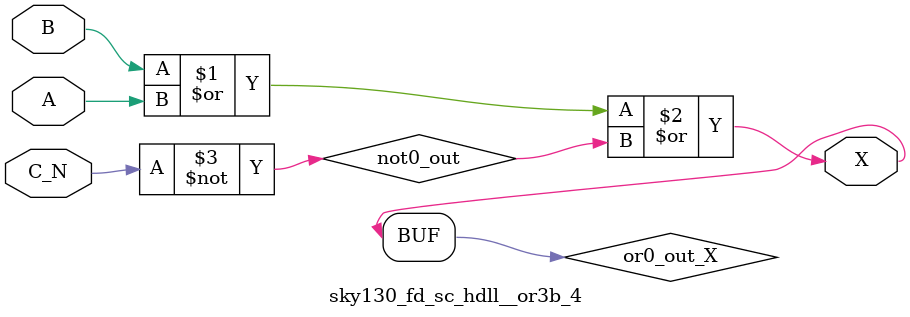
<source format=v>
/*
 * Copyright 2020 The SkyWater PDK Authors
 *
 * Licensed under the Apache License, Version 2.0 (the "License");
 * you may not use this file except in compliance with the License.
 * You may obtain a copy of the License at
 *
 *     https://www.apache.org/licenses/LICENSE-2.0
 *
 * Unless required by applicable law or agreed to in writing, software
 * distributed under the License is distributed on an "AS IS" BASIS,
 * WITHOUT WARRANTIES OR CONDITIONS OF ANY KIND, either express or implied.
 * See the License for the specific language governing permissions and
 * limitations under the License.
 *
 * SPDX-License-Identifier: Apache-2.0
*/


`ifndef SKY130_FD_SC_HDLL__OR3B_4_FUNCTIONAL_V
`define SKY130_FD_SC_HDLL__OR3B_4_FUNCTIONAL_V

/**
 * or3b: 3-input OR, first input inverted.
 *
 * Verilog simulation functional model.
 */

`timescale 1ns / 1ps
`default_nettype none

`celldefine
module sky130_fd_sc_hdll__or3b_4 (
    X  ,
    A  ,
    B  ,
    C_N
);

    // Module ports
    output X  ;
    input  A  ;
    input  B  ;
    input  C_N;

    // Local signals
    wire not0_out ;
    wire or0_out_X;

    //  Name  Output     Other arguments
    not not0 (not0_out , C_N            );
    or  or0  (or0_out_X, B, A, not0_out );
    buf buf0 (X        , or0_out_X      );

endmodule
`endcelldefine

`default_nettype wire
`endif  // SKY130_FD_SC_HDLL__OR3B_4_FUNCTIONAL_V

</source>
